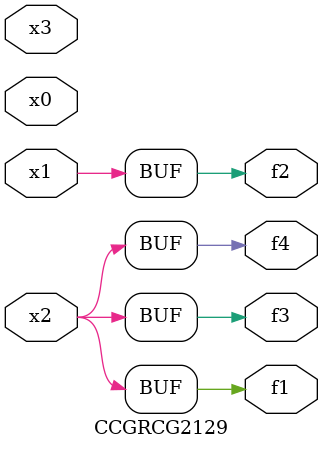
<source format=v>
module CCGRCG2129(
	input x0, x1, x2, x3,
	output f1, f2, f3, f4
);
	assign f1 = x2;
	assign f2 = x1;
	assign f3 = x2;
	assign f4 = x2;
endmodule

</source>
